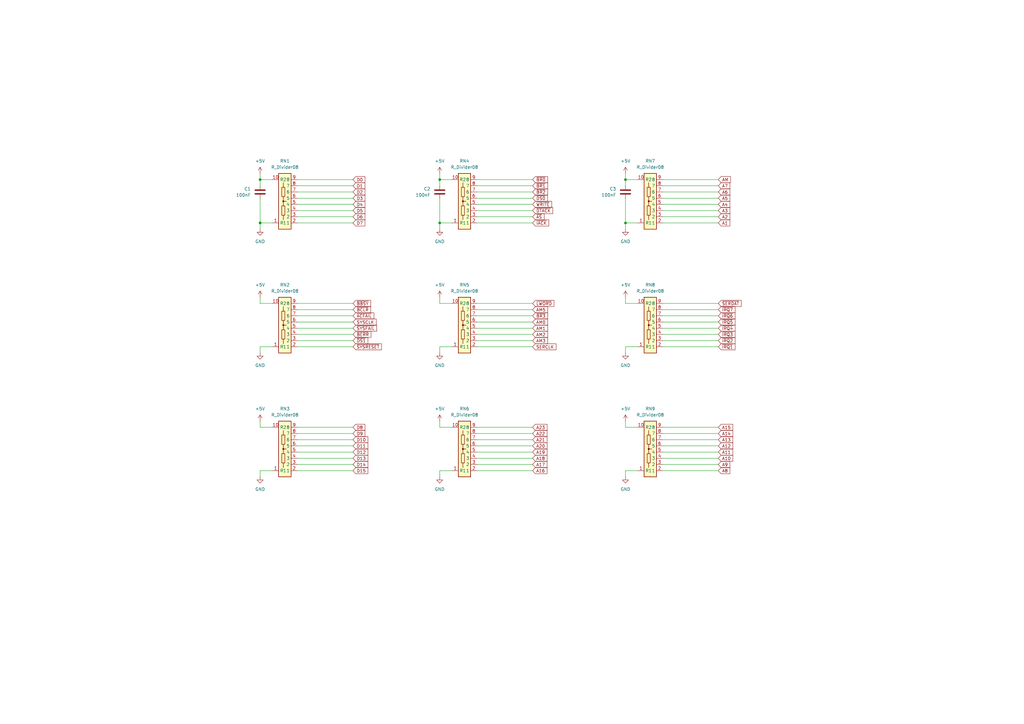
<source format=kicad_sch>
(kicad_sch (version 20211123) (generator eeschema)
  (paper "A3")
  (title_block (title "BUS TERMINATION RESISTORS") (date "2023-04-10") (rev "1") (company "TOM STOREY") (comment 1 "NON-COMMERCIAL USE"))
  (lib_symbols
    (symbol "COMET Symbols:C" (pin_numbers hide) (pin_names hide)
      (property "Reference" "C" (at 0 0 0))
      (property "Value" "C" (at 0 0 0))
      (symbol "C_0_1"
        (polyline (pts (xy -2.032 -0.762) (xy 2.032 -0.762)) (stroke (width 0.508)))
        (polyline (pts (xy -2.032 0.762) (xy 2.032 0.762)) (stroke (width 0.508)))
      )
      (symbol "C_1_1"
        (pin passive line (at 0 2.54 270) (length 1.524) (name "~") (number "1"))
        (pin passive line (at 0 -2.54 90) (length 1.524) (name "~") (number "2"))
      )
    )
    (symbol "COMET Symbols:R_Divider08"
      (property "Reference" "RN" (at 0 0 0))
      (property "Value" "R_Divider08" (at 0 0 0))
      (symbol "R_Divider08_0_1"
        (rectangle (start -10.16 2.54) (end 12.7 -2.54) (stroke (width 0.254)) (fill (type background)))
        (rectangle (start -4.445 1.27) (end -0.635 0) (stroke (width 0.2032)))
        (polyline (pts (xy -4.445 0.635) (xy -6.35 0.635)) (stroke (width 0.2032)))
        (polyline (pts (xy 1.27 0.635) (xy 1.27 -0.635)) (stroke (width 0.2032)))
        (polyline (pts (xy 3.175 0.635) (xy -0.635 0.635)) (stroke (width 0.2032)))
        (polyline (pts (xy 6.985 0.635) (xy 8.89 0.635)) (stroke (width 0.2032)))
        (circle (center 1.27 0.635) (radius 0.284) (stroke (width 0.2032)) (fill (type outline)))
        (rectangle (start 3.175 1.27) (end 6.985 0) (stroke (width 0.2032)))
      )
      (symbol "R_Divider08_1_1"
        (pin passive line (at -7.62 5.08 270) (length 2.54) (name "R1") (number "1"))
        (pin passive line (at 10.16 5.08 270) (length 2.54) (name "R2") (number "10"))
        (pin passive line (at -7.62 -5.08 90) (length 2.54) (name "1") (number "2"))
        (pin passive line (at -5.08 -5.08 90) (length 2.54) (name "2") (number "3"))
        (pin passive line (at -2.54 -5.08 90) (length 2.54) (name "3") (number "4"))
        (pin passive line (at 0 -5.08 90) (length 2.54) (name "4") (number "5"))
        (pin passive line (at 2.54 -5.08 90) (length 2.54) (name "5") (number "6"))
        (pin passive line (at 5.08 -5.08 90) (length 2.54) (name "6") (number "7"))
        (pin passive line (at 7.62 -5.08 90) (length 2.54) (name "7") (number "8"))
        (pin passive line (at 10.16 -5.08 90) (length 2.54) (name "8") (number "9"))
      )
    )
    (symbol "power:+5V" (power) (pin_names (offset 0))
      (property "Value" "+5V" (at 0 3.556 0))
      (symbol "+5V_0_1"
        (polyline (pts (xy -0.762 1.27) (xy 0 2.54)))
        (polyline (pts (xy 0 0) (xy 0 2.54)))
        (polyline (pts (xy 0 2.54) (xy 0.762 1.27)))
      )
      (symbol "+5V_1_1"
        (pin power_in line (at 0 0 90) (length 0) hide (name "+5V") (number "1"))
      )
    )
    (symbol "power:GND" (power) (pin_names (offset 0))
      (property "Value" "GND" (at 0 -3.81 0))
      (symbol "GND_0_1"
        (polyline (pts (xy 0 0) (xy 0 -1.27) (xy 1.27 -1.27) (xy 0 -2.54) (xy -1.27 -1.27) (xy 0 -1.27)))
      )
      (symbol "GND_1_1"
        (pin power_in line (at 0 0 270) (length 0) hide (name "GND") (number "1"))
      )
    )
  )
  (junction (at 180.34 73.66))
  (junction (at 106.68 73.66))
  (junction (at 256.54 73.66))
  (junction (at 256.54 91.44))
  (junction (at 180.34 91.44))
  (junction (at 106.68 91.44))
  (wire (pts (xy 121.92 86.36) (xy 144.78 86.36)))
  (wire (pts (xy 256.54 175.26) (xy 256.54 172.72)))
  (wire (pts (xy 195.58 137.16) (xy 218.44 137.16)))
  (wire (pts (xy 271.78 190.5) (xy 294.64 190.5)))
  (wire (pts (xy 195.58 134.62) (xy 218.44 134.62)))
  (wire (pts (xy 121.92 134.62) (xy 144.78 134.62)))
  (wire (pts (xy 195.58 177.8) (xy 218.44 177.8)))
  (wire (pts (xy 271.78 129.54) (xy 294.64 129.54)))
  (wire (pts (xy 256.54 142.24) (xy 256.54 144.78)))
  (wire (pts (xy 271.78 182.88) (xy 294.64 182.88)))
  (wire (pts (xy 121.92 83.82) (xy 144.78 83.82)))
  (wire (pts (xy 271.78 175.26) (xy 294.64 175.26)))
  (wire (pts (xy 195.58 180.34) (xy 218.44 180.34)))
  (wire (pts (xy 180.34 73.66) (xy 180.34 71.12)))
  (wire (pts (xy 195.58 124.46) (xy 218.44 124.46)))
  (wire (pts (xy 256.54 193.04) (xy 261.62 193.04)))
  (wire (pts (xy 111.76 175.26) (xy 106.68 175.26)))
  (wire (pts (xy 106.68 81.28) (xy 106.68 91.44)))
  (wire (pts (xy 271.78 187.96) (xy 294.64 187.96)))
  (wire (pts (xy 271.78 180.34) (xy 294.64 180.34)))
  (wire (pts (xy 195.58 91.44) (xy 218.44 91.44)))
  (wire (pts (xy 106.68 142.24) (xy 106.68 144.78)))
  (wire (pts (xy 256.54 81.28) (xy 256.54 91.44)))
  (wire (pts (xy 121.92 124.46) (xy 144.78 124.46)))
  (wire (pts (xy 185.42 73.66) (xy 180.34 73.66)))
  (wire (pts (xy 106.68 175.26) (xy 106.68 172.72)))
  (wire (pts (xy 195.58 78.74) (xy 218.44 78.74)))
  (wire (pts (xy 121.92 137.16) (xy 144.78 137.16)))
  (wire (pts (xy 106.68 142.24) (xy 111.76 142.24)))
  (wire (pts (xy 121.92 127) (xy 144.78 127)))
  (wire (pts (xy 195.58 139.7) (xy 218.44 139.7)))
  (wire (pts (xy 261.62 124.46) (xy 256.54 124.46)))
  (wire (pts (xy 121.92 182.88) (xy 144.78 182.88)))
  (wire (pts (xy 256.54 73.66) (xy 256.54 76.2)))
  (wire (pts (xy 180.34 142.24) (xy 180.34 144.78)))
  (wire (pts (xy 261.62 175.26) (xy 256.54 175.26)))
  (wire (pts (xy 106.68 73.66) (xy 106.68 71.12)))
  (wire (pts (xy 121.92 185.42) (xy 144.78 185.42)))
  (wire (pts (xy 106.68 91.44) (xy 111.76 91.44)))
  (wire (pts (xy 180.34 142.24) (xy 185.42 142.24)))
  (wire (pts (xy 271.78 83.82) (xy 294.64 83.82)))
  (wire (pts (xy 195.58 132.08) (xy 218.44 132.08)))
  (wire (pts (xy 271.78 91.44) (xy 294.64 91.44)))
  (wire (pts (xy 195.58 193.04) (xy 218.44 193.04)))
  (wire (pts (xy 256.54 91.44) (xy 261.62 91.44)))
  (wire (pts (xy 106.68 124.46) (xy 106.68 121.92)))
  (wire (pts (xy 271.78 139.7) (xy 294.64 139.7)))
  (wire (pts (xy 195.58 175.26) (xy 218.44 175.26)))
  (wire (pts (xy 271.78 81.28) (xy 294.64 81.28)))
  (wire (pts (xy 195.58 185.42) (xy 218.44 185.42)))
  (wire (pts (xy 121.92 73.66) (xy 144.78 73.66)))
  (wire (pts (xy 261.62 73.66) (xy 256.54 73.66)))
  (wire (pts (xy 195.58 73.66) (xy 218.44 73.66)))
  (wire (pts (xy 195.58 142.24) (xy 218.44 142.24)))
  (wire (pts (xy 185.42 175.26) (xy 180.34 175.26)))
  (wire (pts (xy 195.58 129.54) (xy 218.44 129.54)))
  (wire (pts (xy 180.34 193.04) (xy 185.42 193.04)))
  (wire (pts (xy 121.92 91.44) (xy 144.78 91.44)))
  (wire (pts (xy 271.78 86.36) (xy 294.64 86.36)))
  (wire (pts (xy 106.68 73.66) (xy 106.68 76.2)))
  (wire (pts (xy 180.34 91.44) (xy 185.42 91.44)))
  (wire (pts (xy 180.34 81.28) (xy 180.34 91.44)))
  (wire (pts (xy 121.92 139.7) (xy 144.78 139.7)))
  (wire (pts (xy 121.92 88.9) (xy 144.78 88.9)))
  (wire (pts (xy 121.92 78.74) (xy 144.78 78.74)))
  (wire (pts (xy 256.54 91.44) (xy 256.54 93.98)))
  (wire (pts (xy 111.76 124.46) (xy 106.68 124.46)))
  (wire (pts (xy 271.78 78.74) (xy 294.64 78.74)))
  (wire (pts (xy 180.34 91.44) (xy 180.34 93.98)))
  (wire (pts (xy 195.58 81.28) (xy 218.44 81.28)))
  (wire (pts (xy 256.54 142.24) (xy 261.62 142.24)))
  (wire (pts (xy 180.34 175.26) (xy 180.34 172.72)))
  (wire (pts (xy 195.58 190.5) (xy 218.44 190.5)))
  (wire (pts (xy 121.92 132.08) (xy 144.78 132.08)))
  (wire (pts (xy 271.78 73.66) (xy 294.64 73.66)))
  (wire (pts (xy 271.78 134.62) (xy 294.64 134.62)))
  (wire (pts (xy 271.78 127) (xy 294.64 127)))
  (wire (pts (xy 195.58 86.36) (xy 218.44 86.36)))
  (wire (pts (xy 121.92 190.5) (xy 144.78 190.5)))
  (wire (pts (xy 271.78 193.04) (xy 294.64 193.04)))
  (wire (pts (xy 271.78 177.8) (xy 294.64 177.8)))
  (wire (pts (xy 271.78 185.42) (xy 294.64 185.42)))
  (wire (pts (xy 180.34 124.46) (xy 180.34 121.92)))
  (wire (pts (xy 271.78 88.9) (xy 294.64 88.9)))
  (wire (pts (xy 121.92 129.54) (xy 144.78 129.54)))
  (wire (pts (xy 106.68 193.04) (xy 111.76 193.04)))
  (wire (pts (xy 271.78 137.16) (xy 294.64 137.16)))
  (wire (pts (xy 106.68 91.44) (xy 106.68 93.98)))
  (wire (pts (xy 256.54 124.46) (xy 256.54 121.92)))
  (wire (pts (xy 121.92 187.96) (xy 144.78 187.96)))
  (wire (pts (xy 195.58 76.2) (xy 218.44 76.2)))
  (wire (pts (xy 111.76 73.66) (xy 106.68 73.66)))
  (wire (pts (xy 271.78 132.08) (xy 294.64 132.08)))
  (wire (pts (xy 121.92 177.8) (xy 144.78 177.8)))
  (wire (pts (xy 195.58 187.96) (xy 218.44 187.96)))
  (wire (pts (xy 195.58 182.88) (xy 218.44 182.88)))
  (wire (pts (xy 121.92 193.04) (xy 144.78 193.04)))
  (wire (pts (xy 121.92 81.28) (xy 144.78 81.28)))
  (wire (pts (xy 185.42 124.46) (xy 180.34 124.46)))
  (wire (pts (xy 121.92 76.2) (xy 144.78 76.2)))
  (wire (pts (xy 256.54 73.66) (xy 256.54 71.12)))
  (wire (pts (xy 121.92 142.24) (xy 144.78 142.24)))
  (wire (pts (xy 180.34 73.66) (xy 180.34 76.2)))
  (wire (pts (xy 271.78 142.24) (xy 294.64 142.24)))
  (wire (pts (xy 106.68 193.04) (xy 106.68 195.58)))
  (wire (pts (xy 256.54 193.04) (xy 256.54 195.58)))
  (wire (pts (xy 121.92 175.26) (xy 144.78 175.26)))
  (wire (pts (xy 271.78 76.2) (xy 294.64 76.2)))
  (wire (pts (xy 271.78 124.46) (xy 294.64 124.46)))
  (wire (pts (xy 195.58 127) (xy 218.44 127)))
  (wire (pts (xy 195.58 83.82) (xy 218.44 83.82)))
  (wire (pts (xy 180.34 193.04) (xy 180.34 195.58)))
  (wire (pts (xy 121.92 180.34) (xy 144.78 180.34)))
  (wire (pts (xy 195.58 88.9) (xy 218.44 88.9)))
  (global_label "~{IRQ4}" (shape input) (at 294.64 134.62 0) (property "Intersheet References" "${INTERSHEET_REFS}" (effects hide)))
  (global_label "A10" (shape input) (at 294.64 187.96 0) (property "Intersheet References" "${INTERSHEET_REFS}" (effects hide)))
  (global_label "~{BR0}" (shape input) (at 218.44 73.66 0) (property "Intersheet References" "${INTERSHEET_REFS}" (effects hide)))
  (global_label "A3" (shape input) (at 294.64 86.36 0) (property "Intersheet References" "${INTERSHEET_REFS}" (effects hide)))
  (global_label "A20" (shape input) (at 218.44 182.88 0) (property "Intersheet References" "${INTERSHEET_REFS}" (effects hide)))
  (global_label "A19" (shape input) (at 218.44 185.42 0) (property "Intersheet References" "${INTERSHEET_REFS}" (effects hide)))
  (global_label "D8" (shape input) (at 144.78 175.26 0) (property "Intersheet References" "${INTERSHEET_REFS}" (effects hide)))
  (global_label "A4" (shape input) (at 294.64 83.82 0) (property "Intersheet References" "${INTERSHEET_REFS}" (effects hide)))
  (global_label "AM" (shape input) (at 294.64 73.66 0) (property "Intersheet References" "${INTERSHEET_REFS}" (effects hide)))
  (global_label "A15" (shape input) (at 294.64 175.26 0) (property "Intersheet References" "${INTERSHEET_REFS}" (effects hide)))
  (global_label "A16" (shape input) (at 218.44 193.04 0) (property "Intersheet References" "${INTERSHEET_REFS}" (effects hide)))
  (global_label "D15" (shape input) (at 144.78 193.04 0) (property "Intersheet References" "${INTERSHEET_REFS}" (effects hide)))
  (global_label "~{BERR}" (shape input) (at 144.78 137.16 0) (property "Intersheet References" "${INTERSHEET_REFS}" (effects hide)))
  (global_label "~{IRQ6}" (shape input) (at 294.64 129.54 0) (property "Intersheet References" "${INTERSHEET_REFS}" (effects hide)))
  (global_label "A22" (shape input) (at 218.44 177.8 0) (property "Intersheet References" "${INTERSHEET_REFS}" (effects hide)))
  (global_label "AM3" (shape input) (at 218.44 139.7 0) (property "Intersheet References" "${INTERSHEET_REFS}" (effects hide)))
  (global_label "D4" (shape input) (at 144.78 83.82 0) (property "Intersheet References" "${INTERSHEET_REFS}" (effects hide)))
  (global_label "D5" (shape input) (at 144.78 86.36 0) (property "Intersheet References" "${INTERSHEET_REFS}" (effects hide)))
  (global_label "SYSCLK" (shape input) (at 144.78 132.08 0) (property "Intersheet References" "${INTERSHEET_REFS}" (effects hide)))
  (global_label "A5" (shape input) (at 294.64 81.28 0) (property "Intersheet References" "${INTERSHEET_REFS}" (effects hide)))
  (global_label "~{BCLR}" (shape input) (at 144.78 127 0) (property "Intersheet References" "${INTERSHEET_REFS}" (effects hide)))
  (global_label "A11" (shape input) (at 294.64 185.42 0) (property "Intersheet References" "${INTERSHEET_REFS}" (effects hide)))
  (global_label "AM2" (shape input) (at 218.44 137.16 0) (property "Intersheet References" "${INTERSHEET_REFS}" (effects hide)))
  (global_label "~{BBSY}" (shape input) (at 144.78 124.46 0) (property "Intersheet References" "${INTERSHEET_REFS}" (effects hide)))
  (global_label "~{IRQ1}" (shape input) (at 294.64 142.24 0) (property "Intersheet References" "${INTERSHEET_REFS}" (effects hide)))
  (global_label "~{IACK}" (shape input) (at 218.44 91.44 0) (property "Intersheet References" "${INTERSHEET_REFS}" (effects hide)))
  (global_label "A17" (shape input) (at 218.44 190.5 0) (property "Intersheet References" "${INTERSHEET_REFS}" (effects hide)))
  (global_label "~{ACFAIL}" (shape input) (at 144.78 129.54 0) (property "Intersheet References" "${INTERSHEET_REFS}" (effects hide)))
  (global_label "D12" (shape input) (at 144.78 185.42 0) (property "Intersheet References" "${INTERSHEET_REFS}" (effects hide)))
  (global_label "~{AS}" (shape input) (at 218.44 88.9 0) (property "Intersheet References" "${INTERSHEET_REFS}" (effects hide)))
  (global_label "A13" (shape input) (at 294.64 180.34 0) (property "Intersheet References" "${INTERSHEET_REFS}" (effects hide)))
  (global_label "~{SYSRESET}" (shape input) (at 144.78 142.24 0) (property "Intersheet References" "${INTERSHEET_REFS}" (effects hide)))
  (global_label "~{BR1}" (shape input) (at 218.44 76.2 0) (property "Intersheet References" "${INTERSHEET_REFS}" (effects hide)))
  (global_label "A18" (shape input) (at 218.44 187.96 0) (property "Intersheet References" "${INTERSHEET_REFS}" (effects hide)))
  (global_label "D7" (shape input) (at 144.78 91.44 0) (property "Intersheet References" "${INTERSHEET_REFS}" (effects hide)))
  (global_label "~{BR2}" (shape input) (at 218.44 78.74 0) (property "Intersheet References" "${INTERSHEET_REFS}" (effects hide)))
  (global_label "D3" (shape input) (at 144.78 81.28 0) (property "Intersheet References" "${INTERSHEET_REFS}" (effects hide)))
  (global_label "~{IRQ7}" (shape input) (at 294.64 127 0) (property "Intersheet References" "${INTERSHEET_REFS}" (effects hide)))
  (global_label "D13" (shape input) (at 144.78 187.96 0) (property "Intersheet References" "${INTERSHEET_REFS}" (effects hide)))
  (global_label "D11" (shape input) (at 144.78 182.88 0) (property "Intersheet References" "${INTERSHEET_REFS}" (effects hide)))
  (global_label "~{LWORD}" (shape input) (at 218.44 124.46 0) (property "Intersheet References" "${INTERSHEET_REFS}" (effects hide)))
  (global_label "A23" (shape input) (at 218.44 175.26 0) (property "Intersheet References" "${INTERSHEET_REFS}" (effects hide)))
  (global_label "A9" (shape input) (at 294.64 190.5 0) (property "Intersheet References" "${INTERSHEET_REFS}" (effects hide)))
  (global_label "~{SYSFAIL}" (shape input) (at 144.78 134.62 0) (property "Intersheet References" "${INTERSHEET_REFS}" (effects hide)))
  (global_label "A7" (shape input) (at 294.64 76.2 0) (property "Intersheet References" "${INTERSHEET_REFS}" (effects hide)))
  (global_label "~{IRQ5}" (shape input) (at 294.64 132.08 0) (property "Intersheet References" "${INTERSHEET_REFS}" (effects hide)))
  (global_label "A21" (shape input) (at 218.44 180.34 0) (property "Intersheet References" "${INTERSHEET_REFS}" (effects hide)))
  (global_label "D1" (shape input) (at 144.78 76.2 0) (property "Intersheet References" "${INTERSHEET_REFS}" (effects hide)))
  (global_label "D0" (shape input) (at 144.78 73.66 0) (property "Intersheet References" "${INTERSHEET_REFS}" (effects hide)))
  (global_label "~{SERDAT}" (shape input) (at 294.64 124.46 0) (property "Intersheet References" "${INTERSHEET_REFS}" (effects hide)))
  (global_label "A1" (shape input) (at 294.64 91.44 0) (property "Intersheet References" "${INTERSHEET_REFS}" (effects hide)))
  (global_label "~{BR3}" (shape input) (at 218.44 129.54 0) (property "Intersheet References" "${INTERSHEET_REFS}" (effects hide)))
  (global_label "AM1" (shape input) (at 218.44 134.62 0) (property "Intersheet References" "${INTERSHEET_REFS}" (effects hide)))
  (global_label "SERCLK" (shape input) (at 218.44 142.24 0) (property "Intersheet References" "${INTERSHEET_REFS}" (effects hide)))
  (global_label "~{IRQ3}" (shape input) (at 294.64 137.16 0) (property "Intersheet References" "${INTERSHEET_REFS}" (effects hide)))
  (global_label "~{DS0}" (shape input) (at 218.44 81.28 0) (property "Intersheet References" "${INTERSHEET_REFS}" (effects hide)))
  (global_label "AM5" (shape input) (at 218.44 127 0) (property "Intersheet References" "${INTERSHEET_REFS}" (effects hide)))
  (global_label "D14" (shape input) (at 144.78 190.5 0) (property "Intersheet References" "${INTERSHEET_REFS}" (effects hide)))
  (global_label "~{WRITE}" (shape input) (at 218.44 83.82 0) (property "Intersheet References" "${INTERSHEET_REFS}" (effects hide)))
  (global_label "D2" (shape input) (at 144.78 78.74 0) (property "Intersheet References" "${INTERSHEET_REFS}" (effects hide)))
  (global_label "A8" (shape input) (at 294.64 193.04 0) (property "Intersheet References" "${INTERSHEET_REFS}" (effects hide)))
  (global_label "~{DTACK}" (shape input) (at 218.44 86.36 0) (property "Intersheet References" "${INTERSHEET_REFS}" (effects hide)))
  (global_label "D10" (shape input) (at 144.78 180.34 0) (property "Intersheet References" "${INTERSHEET_REFS}" (effects hide)))
  (global_label "~{IRQ2}" (shape input) (at 294.64 139.7 0) (property "Intersheet References" "${INTERSHEET_REFS}" (effects hide)))
  (global_label "A2" (shape input) (at 294.64 88.9 0) (property "Intersheet References" "${INTERSHEET_REFS}" (effects hide)))
  (global_label "A12" (shape input) (at 294.64 182.88 0) (property "Intersheet References" "${INTERSHEET_REFS}" (effects hide)))
  (global_label "D6" (shape input) (at 144.78 88.9 0) (property "Intersheet References" "${INTERSHEET_REFS}" (effects hide)))
  (global_label "AM0" (shape input) (at 218.44 132.08 0) (property "Intersheet References" "${INTERSHEET_REFS}" (effects hide)))
  (global_label "A14" (shape input) (at 294.64 177.8 0) (property "Intersheet References" "${INTERSHEET_REFS}" (effects hide)))
  (global_label "D9" (shape input) (at 144.78 177.8 0) (property "Intersheet References" "${INTERSHEET_REFS}" (effects hide)))
  (global_label "A6" (shape input) (at 294.64 78.74 0) (property "Intersheet References" "${INTERSHEET_REFS}" (effects hide)))
  (global_label "~{DS1}" (shape input) (at 144.78 139.7 0) (property "Intersheet References" "${INTERSHEET_REFS}" (effects hide)))
  (symbol (lib_id "COMET Symbols:C") (at 106.68 78.74 0) (mirror x) (unit 1)
    (property "Reference" "C1" (at 102.87 77.4699 0) (effects (justify right)))
    (property "Value" "100nF" (at 102.87 80.0099 0) (effects (justify right)))
    (property "Footprint" "Capacitor_THT:C_Rect_L7.0mm_W2.0mm_P5.00mm" (effects hide))
  )
  (symbol (lib_id "COMET Symbols:R_Divider08") (at 190.5 83.82 90) (unit 1)
    (property "Reference" "RN4" (at 190.5 66.04 90))
    (property "Value" "R_Divider08" (at 190.5 68.58 90))
    (property "Footprint" "Resistor_THT:R_Array_SIP10" (effects hide))
  )
  (symbol (lib_id "power:+5V") (at 106.68 71.12 0) (unit 1)
    (property "Reference" "#PWR01" (effects hide))
    (property "Value" "+5V" (at 106.68 66.04 0))
  )
  (symbol (lib_id "power:GND") (at 106.68 144.78 0) (unit 1)
    (property "Reference" "#PWR04" (effects hide))
    (property "Value" "GND" (at 106.68 149.86 0))
  )
  (symbol (lib_id "power:GND") (at 256.54 144.78 0) (unit 1)
    (property "Reference" "#PWR016" (effects hide))
    (property "Value" "GND" (at 256.54 149.86 0))
  )
  (symbol (lib_id "power:+5V") (at 256.54 121.92 0) (unit 1)
    (property "Reference" "#PWR015" (effects hide))
    (property "Value" "+5V" (at 256.54 116.84 0))
  )
  (symbol (lib_id "COMET Symbols:R_Divider08") (at 190.5 134.62 90) (unit 1)
    (property "Reference" "RN5" (at 190.5 116.84 90))
    (property "Value" "R_Divider08" (at 190.5 119.38 90))
    (property "Footprint" "Resistor_THT:R_Array_SIP10" (effects hide))
  )
  (symbol (lib_id "power:GND") (at 106.68 195.58 0) (unit 1)
    (property "Reference" "#PWR06" (effects hide))
    (property "Value" "GND" (at 106.68 200.66 0))
  )
  (symbol (lib_id "power:GND") (at 180.34 144.78 0) (unit 1)
    (property "Reference" "#PWR010" (effects hide))
    (property "Value" "GND" (at 180.34 149.86 0))
  )
  (symbol (lib_id "power:GND") (at 180.34 93.98 0) (unit 1)
    (property "Reference" "#PWR08" (effects hide))
    (property "Value" "GND" (at 180.34 99.06 0))
  )
  (symbol (lib_id "COMET Symbols:R_Divider08") (at 266.7 185.42 90) (unit 1)
    (property "Reference" "RN9" (at 266.7 167.64 90))
    (property "Value" "R_Divider08" (at 266.7 170.18 90))
    (property "Footprint" "Resistor_THT:R_Array_SIP10" (effects hide))
  )
  (symbol (lib_id "power:+5V") (at 256.54 71.12 0) (unit 1)
    (property "Reference" "#PWR013" (effects hide))
    (property "Value" "+5V" (at 256.54 66.04 0))
  )
  (symbol (lib_id "power:+5V") (at 180.34 71.12 0) (unit 1)
    (property "Reference" "#PWR07" (effects hide))
    (property "Value" "+5V" (at 180.34 66.04 0))
  )
  (symbol (lib_id "COMET Symbols:R_Divider08") (at 116.84 83.82 90) (unit 1)
    (property "Reference" "RN1" (at 116.84 66.04 90))
    (property "Value" "R_Divider08" (at 116.84 68.58 90))
    (property "Footprint" "Resistor_THT:R_Array_SIP10" (effects hide))
  )
  (symbol (lib_id "power:GND") (at 106.68 93.98 0) (unit 1)
    (property "Reference" "#PWR02" (effects hide))
    (property "Value" "GND" (at 106.68 99.06 0))
  )
  (symbol (lib_id "power:+5V") (at 106.68 121.92 0) (unit 1)
    (property "Reference" "#PWR03" (effects hide))
    (property "Value" "+5V" (at 106.68 116.84 0))
  )
  (symbol (lib_id "COMET Symbols:R_Divider08") (at 190.5 185.42 90) (unit 1)
    (property "Reference" "RN6" (at 190.5 167.64 90))
    (property "Value" "R_Divider08" (at 190.5 170.18 90))
    (property "Footprint" "Resistor_THT:R_Array_SIP10" (effects hide))
  )
  (symbol (lib_id "power:GND") (at 256.54 93.98 0) (unit 1)
    (property "Reference" "#PWR014" (effects hide))
    (property "Value" "GND" (at 256.54 99.06 0))
  )
  (symbol (lib_id "COMET Symbols:C") (at 256.54 78.74 0) (mirror x) (unit 1)
    (property "Reference" "C3" (at 252.73 77.4699 0) (effects (justify right)))
    (property "Value" "100nF" (at 252.73 80.0099 0) (effects (justify right)))
    (property "Footprint" "Capacitor_THT:C_Rect_L7.0mm_W2.0mm_P5.00mm" (effects hide))
  )
  (symbol (lib_id "power:+5V") (at 106.68 172.72 0) (unit 1)
    (property "Reference" "#PWR05" (effects hide))
    (property "Value" "+5V" (at 106.68 167.64 0))
  )
  (symbol (lib_id "power:+5V") (at 180.34 121.92 0) (unit 1)
    (property "Reference" "#PWR09" (effects hide))
    (property "Value" "+5V" (at 180.34 116.84 0))
  )
  (symbol (lib_id "power:GND") (at 180.34 195.58 0) (unit 1)
    (property "Reference" "#PWR012" (effects hide))
    (property "Value" "GND" (at 180.34 200.66 0))
  )
  (symbol (lib_id "COMET Symbols:R_Divider08") (at 116.84 185.42 90) (unit 1)
    (property "Reference" "RN3" (at 116.84 167.64 90))
    (property "Value" "R_Divider08" (at 116.84 170.18 90))
    (property "Footprint" "Resistor_THT:R_Array_SIP10" (effects hide))
  )
  (symbol (lib_id "COMET Symbols:R_Divider08") (at 266.7 83.82 90) (unit 1)
    (property "Reference" "RN7" (at 266.7 66.04 90))
    (property "Value" "R_Divider08" (at 266.7 68.58 90))
    (property "Footprint" "Resistor_THT:R_Array_SIP10" (effects hide))
  )
  (symbol (lib_id "power:GND") (at 256.54 195.58 0) (unit 1)
    (property "Reference" "#PWR018" (effects hide))
    (property "Value" "GND" (at 256.54 200.66 0))
  )
  (symbol (lib_id "power:+5V") (at 180.34 172.72 0) (unit 1)
    (property "Reference" "#PWR011" (effects hide))
    (property "Value" "+5V" (at 180.34 167.64 0))
  )
  (symbol (lib_id "power:+5V") (at 256.54 172.72 0) (unit 1)
    (property "Reference" "#PWR017" (effects hide))
    (property "Value" "+5V" (at 256.54 167.64 0))
  )
  (symbol (lib_id "COMET Symbols:R_Divider08") (at 116.84 134.62 90) (unit 1)
    (property "Reference" "RN2" (at 116.84 116.84 90))
    (property "Value" "R_Divider08" (at 116.84 119.38 90))
    (property "Footprint" "Resistor_THT:R_Array_SIP10" (effects hide))
  )
  (symbol (lib_id "COMET Symbols:R_Divider08") (at 266.7 134.62 90) (unit 1)
    (property "Reference" "RN8" (at 266.7 116.84 90))
    (property "Value" "R_Divider08" (at 266.7 119.38 90))
    (property "Footprint" "Resistor_THT:R_Array_SIP10" (effects hide))
  )
  (symbol (lib_id "COMET Symbols:C") (at 180.34 78.74 0) (mirror x) (unit 1)
    (property "Reference" "C2" (at 176.53 77.4699 0) (effects (justify right)))
    (property "Value" "100nF" (at 176.53 80.0099 0) (effects (justify right)))
    (property "Footprint" "Capacitor_THT:C_Rect_L7.0mm_W2.0mm_P5.00mm" (effects hide))
  )
)
</source>
